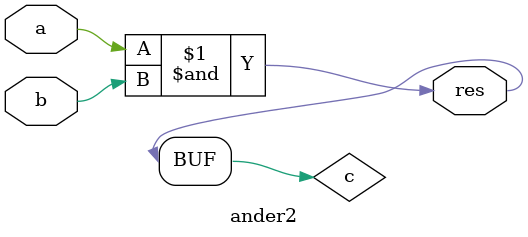
<source format=v>
`timescale 1ns / 1ps


module ander2(a, b, res);
    input a, b;
    output res;
    wire c;
    
    assign c = a & b;
    assign res = c;
endmodule

</source>
